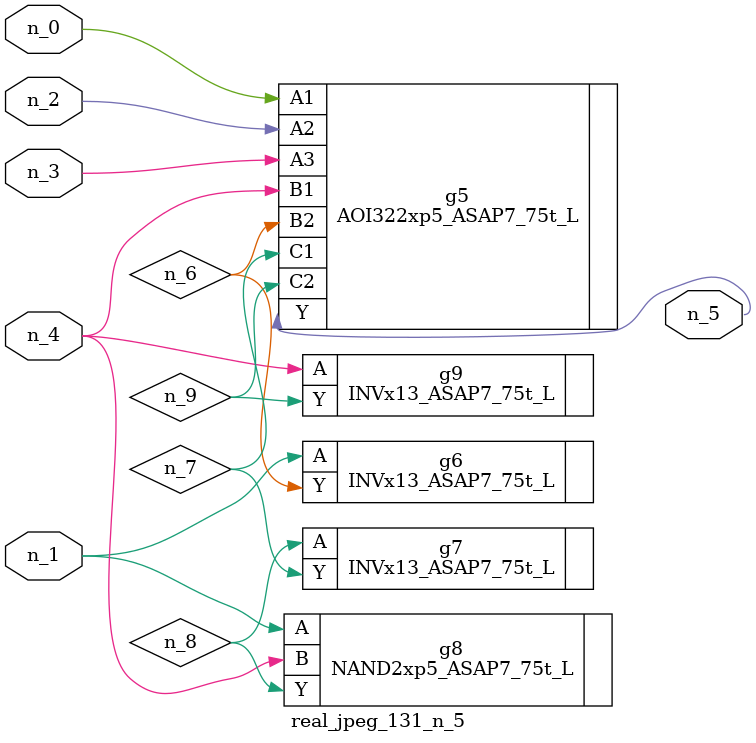
<source format=v>
module real_jpeg_131_n_5 (n_4, n_0, n_1, n_2, n_3, n_5);

input n_4;
input n_0;
input n_1;
input n_2;
input n_3;

output n_5;

wire n_8;
wire n_6;
wire n_7;
wire n_9;

AOI322xp5_ASAP7_75t_L g5 ( 
.A1(n_0),
.A2(n_2),
.A3(n_3),
.B1(n_4),
.B2(n_6),
.C1(n_7),
.C2(n_9),
.Y(n_5)
);

INVx13_ASAP7_75t_L g6 ( 
.A(n_1),
.Y(n_6)
);

NAND2xp5_ASAP7_75t_L g8 ( 
.A(n_1),
.B(n_4),
.Y(n_8)
);

INVx13_ASAP7_75t_L g9 ( 
.A(n_4),
.Y(n_9)
);

INVx13_ASAP7_75t_L g7 ( 
.A(n_8),
.Y(n_7)
);


endmodule
</source>
